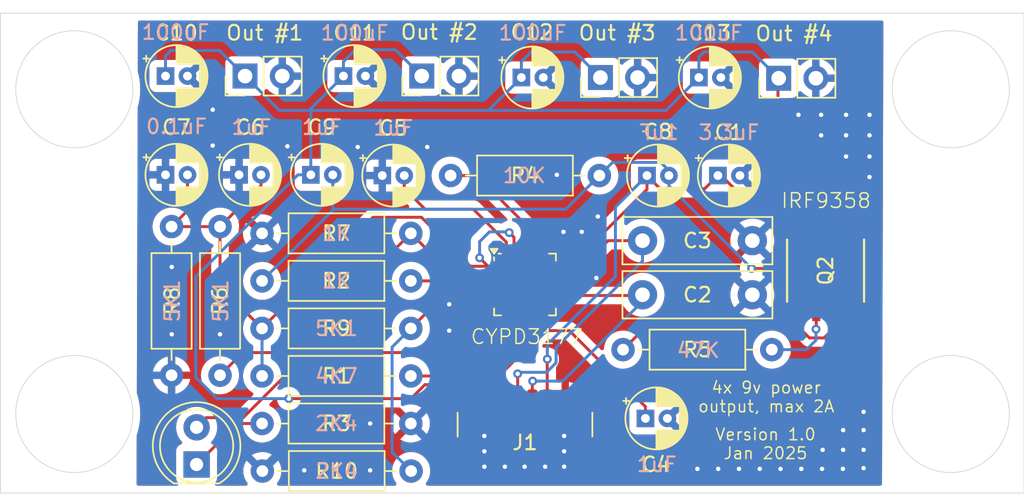
<source format=kicad_pcb>
(kicad_pcb (version 20240108) (generator "pcbnew") (generator_version "8.0")
  (layers (0 "F.Cu" signal) (31 "B.Cu" signal) (34 "B.Paste" user) (35 "F.Paste" user) (36 "B.SilkS" user "B.Silkscreen") (37 "F.SilkS" user "F.Silkscreen") (38 "B.Mask" user) (39 "F.Mask" user) (44 "Edge.Cuts" user))
  (net 0 "")
  (net 1 "GND")
  (net 2 "Net-(U1-VBUS_IN)")
  (net 3 "Net-(J1-CC2)")
  (net 4 "Net-(J1-CC1)")
  (net 5 "Net-(J2-Pin_1)")
  (net 6 "Net-(U1-VCCD)")
  (net 7 "3.3v")
  (net 8 "Net-(C8-Pad2)")
  (net 9 "Net-(D1-K)")
  (net 10 "Net-(D1-A)")
  (net 11 "Net-(Q2-Pad1)")
  (net 12 "Net-(U1-FLIP)")
  (net 13 "Net-(U1-VBUS_FET_EN)")
  (net 14 "Net-(U1-VBUS_MAX)")
  (net 15 "Net-(U1-ISNK_COARSE)")
  (footprint "Capacitor_THT:CP_Radial_D4.0mm_P1.50mm" (layer "F.Cu") (at 185.227401 56.4)
    (property "Reference" "C12" (at 0.722599 -3.1 0) (layer "F.SilkS"))
    (property "Value" "100uF" (at 0.772599 -3.05 0) (layer "B.SilkS"))
    (pad "1" thru_hole rect (at 0 0) (size 1.2 1.2) (drill 0.6) (layers "*.Cu" "*.Mask") (net 5 "Net-(J2-Pin_1)"))
    (pad "2" thru_hole circle (at 1.5 0) (size 1.2 1.2) (drill 0.6) (layers "*.Cu" "*.Mask") (net 1 "GND"))
  )
  (footprint "Connector_PinHeader_2.54mm:PinHeader_1x02_P2.54mm_Vertical" (layer "F.Cu") (at 166.36 56.3 90)
    (property "Reference" "J3" (hide yes))
    (property "Value" "Out #1" (at 2.95 1.34 180) (layer "F.SilkS"))
    (pad "1" thru_hole rect (at 0 0 90) (size 1.7 1.7) (drill 1) (layers "*.Cu" "*.Mask") (net 5 "Net-(J2-Pin_1)"))
    (pad "2" thru_hole oval (at 0 2.54 90) (size 1.7 1.7) (drill 1) (layers "*.Cu" "*.Mask") (net 1 "GND"))
  )
  (footprint "Resistor_THT:R_Axial_DIN0207_L6.3mm_D2.5mm_P10.16mm_Horizontal" (layer "F.Cu") (at 180.395 63.1)
    (property "Reference" "R4" (at 5.08 0 0) (layer "F.SilkS"))
    (property "Value" "10K" (at 5.03 0 0) (layer "B.SilkS"))
    (pad "1" thru_hole circle (at 0 0) (size 1.6 1.6) (drill 0.8) (layers "*.Cu" "*.Mask") (net 2 "Net-(U1-VBUS_IN)"))
    (pad "2" thru_hole oval (at 10.16 0) (size 1.6 1.6) (drill 0.8) (layers "*.Cu" "*.Mask") (net 8 "Net-(C8-Pad2)"))
  )
  (footprint "Capacitor_THT:CP_Radial_D4.0mm_P1.50mm" (layer "F.Cu") (at 165.95 63.05)
    (property "Reference" "C6" (at 0.75 -3.25 0) (layer "F.SilkS"))
    (property "Value" "1uF" (at 0.845199 -3.25 0) (layer "B.SilkS"))
    (pad "1" thru_hole rect (at 0 0) (size 1.2 1.2) (drill 0.6) (layers "*.Cu" "*.Mask") (net 1 "GND"))
    (pad "2" thru_hole circle (at 1.5 0) (size 1.2 1.2) (drill 0.6) (layers "*.Cu" "*.Mask") (net 7 "3.3v"))
  )
  (footprint "Resistor_THT:R_Axial_DIN0207_L6.3mm_D2.5mm_P10.16mm_Horizontal" (layer "F.Cu") (at 177.68 80.05 180)
    (property "Reference" "R3" (at 5.08 0 0) (layer "F.SilkS"))
    (property "Value" "2K4" (at 5.08 0 0) (layer "B.SilkS"))
    (pad "1" thru_hole circle (at 0 0 180) (size 1.6 1.6) (drill 0.8) (layers "*.Cu" "*.Mask") (net 1 "GND"))
    (pad "2" thru_hole oval (at 10.16 0 180) (size 1.6 1.6) (drill 0.8) (layers "*.Cu" "*.Mask") (net 9 "Net-(D1-K)"))
  )
  (footprint "Capacitor_THT:CP_Radial_D4.0mm_P1.50mm" (layer "F.Cu") (at 160.927401 63.05)
    (property "Reference" "C7" (at 0.75 -3.25 0) (layer "F.SilkS"))
    (property "Value" "0.1uF" (at 0.75 -3.3 0) (layer "B.SilkS"))
    (pad "1" thru_hole rect (at 0 0) (size 1.2 1.2) (drill 0.6) (layers "*.Cu" "*.Mask") (net 1 "GND"))
    (pad "2" thru_hole circle (at 1.5 0) (size 1.2 1.2) (drill 0.6) (layers "*.Cu" "*.Mask") (net 7 "3.3v"))
  )
  (footprint "Resistor_THT:R_Axial_DIN0207_L6.3mm_D2.5mm_P10.16mm_Horizontal" (layer "F.Cu") (at 164.65 66.59 -90)
    (property "Reference" "R6" (at 5.08 0 90) (layer "F.SilkS"))
    (property "Value" "5K1" (at 5.08 -0.05 90) (layer "B.SilkS"))
    (pad "1" thru_hole circle (at 0 0 270) (size 1.6 1.6) (drill 0.8) (layers "*.Cu" "*.Mask") (net 7 "3.3v"))
    (pad "2" thru_hole oval (at 10.16 0 270) (size 1.6 1.6) (drill 0.8) (layers "*.Cu" "*.Mask") (net 14 "Net-(U1-VBUS_MAX)"))
  )
  (footprint "Capacitor_THT:CP_Radial_D4.0mm_P1.50mm" (layer "F.Cu") (at 193.804801 63.1)
    (property "Reference" "C8" (at 0.75 -3 0) (layer "F.SilkS"))
    (property "Value" "1uF" (at 0.8 -2.95 0) (layer "B.SilkS") (effects (justify mirror)))
    (pad "1" thru_hole rect (at 0 0) (size 1.2 1.2) (drill 0.6) (layers "*.Cu" "*.Mask") (net 2 "Net-(U1-VBUS_IN)"))
    (pad "2" thru_hole circle (at 1.5 0) (size 1.2 1.2) (drill 0.6) (layers "*.Cu" "*.Mask") (net 8 "Net-(C8-Pad2)"))
  )
  (footprint "custom:IRF9358-TRPBF" (layer "F.Cu") (at 206 69.6 90)
    (property "Reference" "Q2" (at 0 0 90) (layer "F.SilkS"))
    (property "Value" "IRF9358-TRPBF" (hide yes))
    (pad "1" smd rect (at -2.4638 -1.905 90) (size 1.9812 0.5588) (layers "F.Cu" "F.Paste" "F.Mask") (net 11 "Net-(Q2-Pad1)"))
    (pad "2" smd rect (at -2.4638 -0.635 90) (size 1.9812 0.5588) (layers "F.Cu" "F.Paste" "F.Mask") (net 8 "Net-(C8-Pad2)"))
    (pad "3" smd rect (at -2.4638 0.635 90) (size 1.9812 0.5588) (layers "F.Cu" "F.Paste" "F.Mask") (net 11 "Net-(Q2-Pad1)"))
    (pad "4" smd rect (at -2.4638 1.905 90) (size 1.9812 0.5588) (layers "F.Cu" "F.Paste" "F.Mask") (net 8 "Net-(C8-Pad2)"))
    (pad "5" smd rect (at 2.4638 1.905 90) (size 1.9812 0.5588) (layers "F.Cu" "F.Paste" "F.Mask") (net 5 "Net-(J2-Pin_1)"))
    (pad "6" smd rect (at 2.4638 0.635 90) (size 1.9812 0.5588) (layers "F.Cu" "F.Paste" "F.Mask") (net 5 "Net-(J2-Pin_1)"))
    (pad "7" smd rect (at 2.4638 -0.635 90) (size 1.9812 0.5588) (layers "F.Cu" "F.Paste" "F.Mask") (net 2 "Net-(U1-VBUS_IN)"))
    (pad "8" smd rect (at 2.4638 -1.905 90) (size 1.9812 0.5588) (layers "F.Cu" "F.Paste" "F.Mask") (net 2 "Net-(U1-VBUS_IN)"))
  )
  (footprint "Capacitor_THT:CP_Radial_D4.0mm_P1.50mm" (layer "F.Cu") (at 170.85 63.05)
    (property "Reference" "C9" (at 0.75 -3.25 0) (layer "F.SilkS"))
    (property "Value" "1uF" (at 0.75 -3.25 0) (layer "B.SilkS"))
    (pad "1" thru_hole rect (at 0 0) (size 1.2 1.2) (drill 0.6) (layers "*.Cu" "*.Mask") (net 5 "Net-(J2-Pin_1)"))
    (pad "2" thru_hole circle (at 1.5 0) (size 1.2 1.2) (drill 0.6) (layers "*.Cu" "*.Mask") (net 8 "Net-(C8-Pad2)"))
  )
  (footprint "Resistor_THT:R_Axial_DIN0207_L6.3mm_D2.5mm_P10.16mm_Horizontal" (layer "F.Cu") (at 192.17 75)
    (property "Reference" "R5" (at 5.08 0 0) (layer "F.SilkS"))
    (property "Value" "47K" (at 5.13 0.05 0) (layer "B.SilkS"))
    (pad "1" thru_hole circle (at 0 0) (size 1.6 1.6) (drill 0.8) (layers "*.Cu" "*.Mask") (net 11 "Net-(Q2-Pad1)"))
    (pad "2" thru_hole oval (at 10.16 0) (size 1.6 1.6) (drill 0.8) (layers "*.Cu" "*.Mask") (net 8 "Net-(C8-Pad2)"))
  )
  (footprint "Capacitor_THT:CP_Radial_D4.0mm_P1.50mm" (layer "F.Cu") (at 173.077401 56.3)
    (property "Reference" "C11" (at 0.772599 -2.95 0) (layer "F.SilkS"))
    (property "Value" "100uF" (at 0.772599 -2.95 0) (layer "B.SilkS"))
    (pad "1" thru_hole rect (at 0 0) (size 1.2 1.2) (drill 0.6) (layers "*.Cu" "*.Mask") (net 5 "Net-(J2-Pin_1)"))
    (pad "2" thru_hole circle (at 1.5 0) (size 1.2 1.2) (drill 0.6) (layers "*.Cu" "*.Mask") (net 1 "GND"))
  )
  (footprint "Capacitor_THT:CP_Radial_D4.0mm_P1.50mm" (layer "F.Cu") (at 198.65 63.1)
    (property "Reference" "C1" (at 0.75 -2.95 0) (layer "F.SilkS"))
    (property "Value" "3.3uF" (at 0.75 -2.95 0) (layer "B.SilkS"))
    (pad "1" thru_hole rect (at 0 0) (size 1.2 1.2) (drill 0.6) (layers "*.Cu" "*.Mask") (net 2 "Net-(U1-VBUS_IN)"))
    (pad "2" thru_hole circle (at 1.5 0) (size 1.2 1.2) (drill 0.6) (layers "*.Cu" "*.Mask") (net 1 "GND"))
  )
  (footprint "Resistor_THT:R_Axial_DIN0207_L6.3mm_D2.5mm_P10.16mm_Horizontal" (layer "F.Cu") (at 167.52 73.55)
    (property "Reference" "R9" (at 5.08 0 0) (layer "F.SilkS"))
    (property "Value" "5K1" (at 5.08 0 0) (layer "B.SilkS"))
    (pad "1" thru_hole circle (at 0 0) (size 1.6 1.6) (drill 0.8) (layers "*.Cu" "*.Mask") (net 7 "3.3v"))
    (pad "2" thru_hole oval (at 10.16 0) (size 1.6 1.6) (drill 0.8) (layers "*.Cu" "*.Mask") (net 15 "Net-(U1-ISNK_COARSE)"))
  )
  (footprint "Capacitor_THT:CP_Radial_D4.0mm_P1.50mm" (layer "F.Cu") (at 175.73 63.1)
    (property "Reference" "C5" (at 0.75 -3.25 0) (layer "F.SilkS"))
    (property "Value" "1uF" (at 0.75 -3.25 0) (layer "B.SilkS"))
    (pad "1" thru_hole rect (at 0 0) (size 1.2 1.2) (drill 0.6) (layers "*.Cu" "*.Mask") (net 1 "GND"))
    (pad "2" thru_hole circle (at 1.5 0) (size 1.2 1.2) (drill 0.6) (layers "*.Cu" "*.Mask") (net 6 "Net-(U1-VCCD)"))
  )
  (footprint "Resistor_THT:R_Axial_DIN0207_L6.3mm_D2.5mm_P10.16mm_Horizontal" (layer "F.Cu") (at 167.52 70.3)
    (property "Reference" "R2" (at 5.08 0 0) (layer "F.SilkS"))
    (property "Value" "1K" (at 5.08 0 0) (layer "B.SilkS"))
    (pad "1" thru_hole circle (at 0 0) (size 1.6 1.6) (drill 0.8) (layers "*.Cu" "*.Mask") (net 8 "Net-(C8-Pad2)"))
    (pad "2" thru_hole oval (at 10.16 0) (size 1.6 1.6) (drill 0.8) (layers "*.Cu" "*.Mask") (net 13 "Net-(U1-VBUS_FET_EN)"))
  )
  (footprint "Capacitor_THT:CP_Radial_D4.0mm_P1.50mm" (layer "F.Cu") (at 160.927401 56.3)
    (property "Reference" "C10" (at 0.75 -2.95 0) (layer "F.SilkS"))
    (property "Value" "100uF" (at 0.690398 -3 0) (layer "B.SilkS"))
    (pad "1" thru_hole rect (at 0 0) (size 1.2 1.2) (drill 0.6) (layers "*.Cu" "*.Mask") (net 5 "Net-(J2-Pin_1)"))
    (pad "2" thru_hole circle (at 1.5 0) (size 1.2 1.2) (drill 0.6) (layers "*.Cu" "*.Mask") (net 1 "GND"))
  )
  (footprint "Capacitor_THT:CP_Radial_D4.0mm_P1.50mm" (layer "F.Cu") (at 193.7 79.7)
    (property "Reference" "C4" (at 0.722599 3.15 0) (layer "F.SilkS"))
    (property "Value" "1uF" (at 0.772599 3.15 0) (layer "B.SilkS"))
    (pad "1" thru_hole rect (at 0 0) (size 1.2 1.2) (drill 0.6) (layers "*.Cu" "*.Mask") (net 5 "Net-(J2-Pin_1)"))
    (pad "2" thru_hole circle (at 1.5 0) (size 1.2 1.2) (drill 0.6) (layers "*.Cu" "*.Mask") (net 1 "GND"))
  )
  (footprint "Resistor_THT:R_Axial_DIN0207_L6.3mm_D2.5mm_P10.16mm_Horizontal" (layer "F.Cu") (at 167.54 83.3)
    (property "Reference" "R10" (at 5.08 0 0) (layer "F.SilkS"))
    (property "Value" "2K4" (at 5.08 0 0) (layer "B.SilkS"))
    (pad "1" thru_hole circle (at 0 0) (size 1.6 1.6) (drill 0.8) (layers "*.Cu" "*.Mask") (net 1 "GND"))
    (pad "2" thru_hole oval (at 10.16 0) (size 1.6 1.6) (drill 0.8) (layers "*.Cu" "*.Mask") (net 15 "Net-(U1-ISNK_COARSE)"))
  )
  (footprint "LED_THT:LED_D5.0mm" (layer "F.Cu") (at 163.05 82.85 90)
    (property "Reference" "D1" (hide yes))
    (property "Value" "LED" (hide yes))
    (pad "1" thru_hole rect (at 0 0 90) (size 1.8 1.8) (drill 0.9) (layers "*.Cu" "*.Mask") (net 9 "Net-(D1-K)"))
    (pad "2" thru_hole circle (at 2.54 0 90) (size 1.8 1.8) (drill 0.9) (layers "*.Cu" "*.Mask") (net 10 "Net-(D1-A)"))
  )
  (footprint "Connector_PinHeader_2.54mm:PinHeader_1x02_P2.54mm_Vertical" (layer "F.Cu") (at 190.625 56.4 90)
    (property "Reference" "J2" (hide yes))
    (property "Value" "Out #3" (at 3.05 1.15 180) (layer "F.SilkS"))
    (pad "1" thru_hole rect (at 0 0 90) (size 1.7 1.7) (drill 1) (layers "*.Cu" "*.Mask") (net 5 "Net-(J2-Pin_1)"))
    (pad "2" thru_hole oval (at 0 2.54 90) (size 1.7 1.7) (drill 1) (layers "*.Cu" "*.Mask") (net 1 "GND"))
  )
  (footprint "Connector_PinHeader_2.54mm:PinHeader_1x02_P2.54mm_Vertical" (layer "F.Cu") (at 202.8 56.45 90)
    (property "Reference" "J5" (hide yes))
    (property "Value" "Out #4" (at 3.05 1.04 180) (layer "F.SilkS"))
    (pad "1" thru_hole rect (at 0 0 90) (size 1.7 1.7) (drill 1) (layers "*.Cu" "*.Mask") (net 5 "Net-(J2-Pin_1)"))
    (pad "2" thru_hole oval (at 0 2.54 90) (size 1.7 1.7) (drill 1) (layers "*.Cu" "*.Mask") (net 1 "GND"))
  )
  (footprint "Package_DFN_QFN:QFN-24-1EP_4x4mm_P0.5mm_EP2.75x2.75mm" (layer "F.Cu") (at 185.475 70.55)
    (property "Reference" "U1" (hide yes))
    (property "Value" "CYPD3177-24LQ" (hide yes))
    (pad "1" smd roundrect (at -1.975 -1.25) (size 0.8 0.25) (layers "F.Cu" "F.Paste" "F.Mask") (net 7 "3.3v"))
    (pad "2" smd roundrect (at -1.975 -0.75) (size 0.8 0.25) (layers "F.Cu" "F.Paste" "F.Mask") (net 14 "Net-(U1-VBUS_MAX)"))
    (pad "3" smd roundrect (at -1.975 -0.25) (size 0.8 0.25) (layers "F.Cu" "F.Paste" "F.Mask") (net 13 "Net-(U1-VBUS_FET_EN)"))
    (pad "4" smd roundrect (at -1.975 0.25) (size 0.8 0.25) (layers "F.Cu" "F.Paste" "F.Mask"))
    (pad "5" smd roundrect (at -1.975 0.75) (size 0.8 0.25) (layers "F.Cu" "F.Paste" "F.Mask") (net 15 "Net-(U1-ISNK_COARSE)"))
    (pad "6" smd roundrect (at -1.975 1.25) (size 0.8 0.25) (layers "F.Cu" "F.Paste" "F.Mask") (net 1 "GND"))
    (pad "7" smd roundrect (at -1.25 1.975) (size 0.25 0.8) (layers "F.Cu" "F.Paste" "F.Mask"))
    (pad "8" smd roundrect (at -0.75 1.975) (size 0.25 0.8) (layers "F.Cu" "F.Paste" "F.Mask"))
    (pad "9" smd roundrect (at -0.25 1.975) (size 0.25 0.8) (layers "F.Cu" "F.Paste" "F.Mask") (net 10 "Net-(D1-A)"))
    (pad "10" smd roundrect (at 0.25 1.975) (size 0.25 0.8) (layers "F.Cu" "F.Paste" "F.Mask") (net 12 "Net-(U1-FLIP)"))
    (pad "11" smd roundrect (at 0.75 1.975) (size 0.25 0.8) (layers "F.Cu" "F.Paste" "F.Mask") (net 5 "Net-(J2-Pin_1)"))
    (pad "12" smd roundrect (at 1.25 1.975) (size 0.25 0.8) (layers "F.Cu" "F.Paste" "F.Mask"))
    (pad "13" smd roundrect (at 1.975 1.25) (size 0.8 0.25) (layers "F.Cu" "F.Paste" "F.Mask"))
    (pad "14" smd roundrect (at 1.975 0.75) (size 0.8 0.25) (layers "F.Cu" "F.Paste" "F.Mask") (net 3 "Net-(J1-CC2)"))
    (pad "15" smd roundrect (at 1.975 0.25) (size 0.8 0.25) (layers "F.Cu" "F.Paste" "F.Mask") (net 4 "Net-(J1-CC1)"))
    (pad "16" smd roundrect (at 1.975 -0.25) (size 0.8 0.25) (layers "F.Cu" "F.Paste" "F.Mask"))
    (pad "17" smd roundrect (at 1.975 -0.75) (size 0.8 0.25) (layers "F.Cu" "F.Paste" "F.Mask"))
    (pad "18" smd roundrect (at 1.975 -1.25) (size 0.8 0.25) (layers "F.Cu" "F.Paste" "F.Mask") (net 2 "Net-(U1-VBUS_IN)"))
    (pad "19" smd roundrect (at 1.25 -1.975) (size 0.25 0.8) (layers "F.Cu" "F.Paste" "F.Mask") (net 1 "GND"))
    (pad "20" smd roundrect (at 0.75 -1.975) (size 0.25 0.8) (layers "F.Cu" "F.Paste" "F.Mask"))
    (pad "21" smd roundrect (at 0.25 -1.975) (size 0.25 0.8) (layers "F.Cu" "F.Paste" "F.Mask"))
    (pad "22" smd roundrect (at -0.25 -1.975) (size 0.25 0.8) (layers "F.Cu" "F.Paste" "F.Mask") (net 1 "GND"))
    (pad "23" smd roundrect (at -0.75 -1.975) (size 0.25 0.8) (layers "F.Cu" "F.Paste" "F.Mask") (net 7 "3.3v"))
    (pad "24" smd roundrect (at -1.25 -1.975) (size 0.25 0.8) (layers "F.Cu" "F.Paste" "F.Mask") (net 6 "Net-(U1-VCCD)"))
    (pad "25" smd rect (at 0 0) (size 2.75 2.75) (property pad_prop_heatsink) (layers "F.Cu" "F.Mask") (net 1 "GND"))
  )
  (footprint "Capacitor_THT:C_Rect_L10.0mm_W3.0mm_P7.50mm_MKS4" (layer "F.Cu") (at 193.5 71.25)
    (property "Reference" "C2" (at 3.75 0 0) (layer "F.SilkS"))
    (property "Value" "470pf")
    (pad "1" thru_hole circle (at 0 0) (size 2 2) (drill 1) (layers "*.Cu" "*.Mask") (net 3 "Net-(J1-CC2)"))
    (pad "2" thru_hole circle (at 7.5 0) (size 2 2) (drill 1) (layers "*.Cu" "*.Mask") (net 1 "GND"))
  )
  (footprint "Resistor_THT:R_Axial_DIN0207_L6.3mm_D2.5mm_P10.16mm_Horizontal" (layer "F.Cu") (at 161.34 66.59 -90)
    (property "Reference" "R8" (at 5.08 -0.05 90) (layer "F.SilkS"))
    (property "Value" "5K1" (at 5.08 -0.05 90) (layer "B.SilkS"))
    (pad "1" thru_hole circle (at 0 0 270) (size 1.6 1.6) (drill 0.8) (layers "*.Cu" "*.Mask") (net 7 "3.3v"))
    (pad "2" thru_hole oval (at 10.16 0 270) (size 1.6 1.6) (drill 0.8) (layers "*.Cu" "*.Mask") (net 1 "GND"))
  )
  (footprint "Connector_USB:USB_C_Receptacle_GCT_USB4135-GF-A_6P_TopMnt_Horizontal" (layer "F.Cu") (at 185.475 81.3475)
    (property "Reference" "J1" (at 0 0 0) (layer "F.SilkS"))
    (property "Value" "USB4125-GF-A" (hide yes))
    (pad "A5" smd roundrect (at -0.5 -3.0325) (size 0.7 1.2) (layers "F.Cu" "F.Paste" "F.Mask") (net 4 "Net-(J1-CC1)"))
    (pad "A9" smd roundrect (at 1.52 -3.0325 180) (size 0.76 1.2) (layers "F.Cu" "F.Paste" "F.Mask") (net 2 "Net-(U1-VBUS_IN)"))
    (pad "A12" smd roundrect (at 2.75 -3.0325 180) (size 0.8 1.2) (layers "F.Cu" "F.Paste" "F.Mask") (net 1 "GND"))
    (pad "B5" smd roundrect (at 0.5 -3.0325 180) (size 0.7 1.2) (layers "F.Cu" "F.Paste" "F.Mask") (net 3 "Net-(J1-CC2)"))
    (pad "B9" smd roundrect (at -1.52 -3.0325) (size 0.76 1.2) (layers "F.Cu" "F.Paste" "F.Mask") (net 2 "Net-(U1-VBUS_IN)"))
    (pad "B12" smd roundrect (at -2.75 -3.0325) (size 0.8 1.2) (layers "F.Cu" "F.Paste" "F.Mask") (net 1 "GND"))
    (pad "S1" smd roundrect (at -5.125 -2.9775) (size 1.8 1.35) (layers "F.Cu" "F.Paste" "F.Mask") (roundrect_rratio 0.1851851852) (net 1 "GND"))
    (pad "S1" smd roundrect (at -5.125 0.6025) (size 1.8 1.5) (layers "F.Cu" "F.Paste" "F.Mask") (roundrect_rratio 0.1666666667) (net 1 "GND"))
    (pad "S1" smd roundrect (at 5.125 -2.9775) (size 1.8 1.35) (layers "F.Cu" "F.Paste" "F.Mask") (roundrect_rratio 0.1851851852) (net 1 "GND"))
    (pad "S1" smd roundrect (at 5.125 0.6025) (size 1.8 1.5) (layers "F.Cu" "F.Paste" "F.Mask") (roundrect_rratio 0.1666666667) (net 1 "GND"))
  )
  (footprint "Capacitor_THT:C_Rect_L10.0mm_W3.0mm_P7.50mm_MKS4" (layer "F.Cu") (at 193.5 67.55)
    (property "Reference" "C3" (at 3.75 0 0) (layer "F.SilkS"))
    (property "Value" "470pf")
    (pad "1" thru_hole circle (at 0 0) (size 2 2) (drill 1) (layers "*.Cu" "*.Mask") (net 4 "Net-(J1-CC1)"))
    (pad "2" thru_hole circle (at 7.5 0) (size 2 2) (drill 1) (layers "*.Cu" "*.Mask") (net 1 "GND"))
  )
  (footprint "Resistor_THT:R_Axial_DIN0207_L6.3mm_D2.5mm_P10.16mm_Horizontal" (layer "F.Cu") (at 177.68 76.8 180)
    (property "Reference" "R1" (at 5.08 0 0) (layer "F.SilkS"))
    (property "Value" "4K7" (at 5.08 0 0) (layer "B.SilkS"))
    (pad "1" thru_hole circle (at 0 0 180) (size 1.6 1.6) (drill 0.8) (layers "*.Cu" "*.Mask") (net 12 "Net-(U1-FLIP)"))
    (pad "2" thru_hole oval (at 10.16 0 180) (size 1.6 1.6) (drill 0.8) (layers "*.Cu" "*.Mask") (net 7 "3.3v"))
  )
  (footprint "Resistor_THT:R_Axial_DIN0207_L6.3mm_D2.5mm_P10.16mm_Horizontal" (layer "F.Cu") (at 167.52 67.05)
    (property "Reference" "R7" (at 5.08 0 0) (layer "F.SilkS"))
    (property "Value" "1K" (at 5.08 0 0) (layer "B.SilkS"))
    (pad "1" thru_hole circle (at 0 0) (size 1.6 1.6) (drill 0.8) (layers "*.Cu" "*.Mask") (net 1 "GND"))
    (pad "2" thru_hole oval (at 10.16 0) (size 1.6 1.6) (drill 0.8) (layers "*.Cu" "*.Mask") (net 14 "Net-(U1-VBUS_MAX)"))
  )
  (footprint "Connector_PinHeader_2.54mm:PinHeader_1x02_P2.54mm_Vertical" (layer "F.Cu") (at 178.425 56.3 90)
    (property "Reference" "J4" (hide yes))
    (property "Value" "Out #2" (at 3 1.2 180) (layer "F.SilkS"))
    (pad "1" thru_hole rect (at 0 0 90) (size 1.7 1.7) (drill 1) (layers "*.Cu" "*.Mask") (net 5 "Net-(J2-Pin_1)"))
    (pad "2" thru_hole oval (at 0 2.54 90) (size 1.7 1.7) (drill 1) (layers "*.Cu" "*.Mask") (net 1 "GND"))
  )
  (footprint "Capacitor_THT:CP_Radial_D4.0mm_P1.50mm" (layer "F.Cu") (at 197.35 56.4)
    (property "Reference" "C13" (at 0.75 -3.05 0) (layer "F.SilkS"))
    (property "Value" "100uF" (at 0.672599 -3.05 0) (layer "B.SilkS"))
    (pad "1" thru_hole rect (at 0 0) (size 1.2 1.2) (drill 0.6) (layers "*.Cu" "*.Mask") (net 5 "Net-(J2-Pin_1)"))
    (pad "2" thru_hole circle (at 1.5 0) (size 1.2 1.2) (drill 0.6) (layers "*.Cu" "*.Mask") (net 1 "GND"))
  )
  (gr_circle (center 154.7 57.2) (end 158.7 57.2) (stroke (width 0.05)) (fill none) (layer "Edge.Cuts"))
  (gr_rect (start 149.65 52) (end 219.55 84.8) (stroke (width 0.05)) (fill none) (layer "Edge.Cuts"))
  (gr_circle (center 214.55 79.4) (end 218.55 79.4) (stroke (width 0.05)) (fill none) (layer "Edge.Cuts"))
  (gr_circle (center 214.55 57.2) (end 218.55 57.2) (stroke (width 0.05)) (fill none) (layer "Edge.Cuts"))
  (gr_circle (center 154.7 79.4) (end 158.7 79.4) (stroke (width 0.05)) (fill none) (layer "Edge.Cuts"))
  (gr_text "Version 1.0\nJan 2025" (at 201.9 82.55 0) (layer "F.SilkS") (effects (font (size 0.8 0.8) (thickness 0.1)) (justify bottom)))
  (gr_text "CYPD3177" (at 181.7 74.7 0) (layer "F.SilkS") (effects (font (size 1 1) (thickness 0.1)) (justify left bottom)))
  (gr_text "IRF9358" (at 202.9 65.4 0) (layer "F.SilkS") (effects (font (size 1 1) (thickness 0.1)) (justify left bottom)))
  (gr_text "4x 9v power\noutput, max 2A" (at 201.95 79.35 0) (layer "F.SilkS") (effects (font (size 0.8 0.8) (thickness 0.1)) (justify bottom)))
  (segment (start 180.4 71.8) (end 183.5 71.8) (width 0.2) (layer "F.Cu") (net 1))
  (segment (start 184.225 71.8) (end 185.475 70.55) (width 0.2) (layer "F.Cu") (net 1))
  (segment (start 186.725 69.3) (end 185.475 70.55) (width 0.2) (layer "F.Cu") (net 1))
  (segment (start 185.225 68.575) (end 185.225 70.3) (width 0.2) (layer "F.Cu") (net 1))
  (segment (start 180.3 71.9) (end 180.4 71.8) (width 0.2) (layer "F.Cu") (net 1))
  (segment (start 185.225 70.3) (end 185.475 70.55) (width 0.2) (layer "F.Cu") (net 1))
  (segment (start 183.5 71.8) (end 184.225 71.8) (width 0.2) (layer "F.Cu") (net 1))
  (segment (start 186.725 68.575) (end 186.725 69.3) (width 0.2) (layer "F.Cu") (net 1))
  (via (at 208.6 80.5) (size 0.6) (drill 0.3) (layers "F.Cu" "B.Cu") (net 1))
  (via (at 207.18125 83.15) (size 0.6) (drill 0.3) (layers "F.Cu" "B.Cu") (net 1))
  (via (at 201.50625 83.15) (size 0.6) (drill 0.3) (layers "F.Cu" "B.Cu") (net 1))
  (via (at 188.15 80.9) (size 0.6) (drill 0.3) (layers "F.Cu" "B.Cu") (net 1))
  (via (at 204.15 58.95) (size 0.6) (drill 0.3) (layers "F.Cu" "B.Cu") (net 1))
  (via (at 208.6 81.85) (size 0.6) (drill 0.3) (layers "F.Cu" "B.Cu") (net 1))
  (via (at 174.9 83.25) (size 0.6) (drill 0.3) (layers "F.Cu" "B.Cu") (net 1))
  (via (at 205.8 81.85) (size 0.6) (drill 0.3) (layers "F.Cu" "B.Cu") (net 1))
  (via (at 180.3 73.7) (size 0.6) (drill 0.3) (layers "F.Cu" "B.Cu") (net 1))
  (via (at 174.05 61.15) (size 0.6) (drill 0.3) (layers "F.Cu" "B.Cu") (net 1))
  (via (at 161.35 69.35) (size 0.6) (drill 0.3) (layers "F.Cu" "B.Cu") (net 1))
  (via (at 186.85 83) (size 0.6) (drill 0.3) (layers "F.Cu" "B.Cu") (net 1))
  (via (at 188.15 81.95) (size 0.6) (drill 0.3) (layers "F.Cu" "B.Cu") (net 1))
  (via (at 207.2 80.5) (size 0.6) (drill 0.3) (layers "F.Cu" "B.Cu") (net 1))
  (via (at 180.3 71.9) (size 0.6) (drill 0.3) (layers "F.Cu" "B.Cu") (net 1))
  (via (at 185.45 83) (size 0.6) (drill 0.3) (layers "F.Cu" "B.Cu") (net 1))
  (via (at 188.1 66.95) (size 0.6) (drill 0.3) (layers "F.Cu" "B.Cu") (net 1))
  (via (at 209 60.35) (size 0.6) (drill 0.3) (layers "F.Cu" "B.Cu") (net 1))
  (via (at 204.34375 83.15) (size 0.6) (drill 0.3) (layers "F.Cu" "B.Cu") (net 1))
  (via (at 209 63.2) (size 0.6) (drill 0.3) (layers "F.Cu" "B.Cu") (net 1))
  (via (at 187.65 63.05) (size 0.6) (drill 0.3) (layers "F.Cu" "B.Cu") (net 1))
  (via (at 182.7 81.95) (size 0.6) (drill 0.3) (layers "F.Cu" "B.Cu") (net 1))
  (via (at 178.8 61.15) (size 0.6) (drill 0.3) (layers "F.Cu" "B.Cu") (net 1))
  (via (at 164.65 73.95) (size 0.6) (drill 0.3) (layers "F.Cu" "B.Cu") (net 1))
  (via (at 164.15 58.6) (size 0.6) (drill 0.3) (layers "F.Cu" "B.Cu") (net 1))
  (via (at 170.4 83.25) (size 0.6) (drill 0.3) (layers "F.Cu" "B.Cu") (net 1))
  (via (at 205.7 60.35) (size 0.6) (drill 0.3) (layers "F.Cu" "B.Cu") (net 1))
  (via (at 202.925 83.15) (size 0.6) (drill 0.3) (layers "F.Cu" "B.Cu") (net 1))
  (via (at 190.35 70.1) (size 0.6) (drill 0.3) (layers "F.Cu" "B.Cu") (net 1))
  (via (at 197.25 83.15) (size 0.6) (drill 0.3) (layers "F.Cu" "B.Cu") (net 1))
  (via (at 188.15 83) (size 0.6) (drill 0.3) (layers "F.Cu" "B.Cu") (net 1))
  (via (at 208.6 79.25) (size 0.6) (drill 0.3) (layers "F.Cu" "B.Cu") (net 1))
  (via (at 205.7 58.95) (size 0.6) (drill 0.3) (layers "F.Cu" "B.Cu") (net 1))
  (via (at 208.6 83.1) (size 0.6) (drill 0.3) (layers "F.Cu" "B.Cu") (net 1))
  (via (at 174.9 80.05) (size 0.6) (drill 0.3) (layers "F.Cu" "B.Cu") (net 1))
  (via (at 207.4 61.8) (size 0.6) (drill 0.3) (layers "F.Cu" "B.Cu") (net 1))
  (via (at 207.4 58.95) (size 0.6) (drill 0.3) (layers "F.Cu" "B.Cu") (net 1))
  (via (at 190.45 65.9) (size 0.6) (drill 0.3) (layers "F.Cu" "B.Cu") (net 1))
  (via (at 209 58.95) (size 0.6) (drill 0.3) (layers "F.Cu" "B.Cu") (net 1))
  (via (at 209 61.8) (size 0.6) (drill 0.3) (layers "F.Cu" "B.Cu") (net 1))
  (via (at 198.66875 83.15) (size 0.6) (drill 0.3) (layers "F.Cu" "B.Cu") (net 1))
  (via (at 164.15 61.05) (size 0.6) (drill 0.3) (layers "F.Cu" "B.Cu") (net 1))
  (via (at 200.0875 83.15) (size 0.6) (drill 0.3) (layers "F.Cu" "B.Cu") (net 1))
  (via (at 205.7625 83.15) (size 0.6) (drill 0.3) (layers "F.Cu" "B.Cu") (net 1))
  (via (at 161.35 73.95) (size 0.6) (drill 0.3) (layers "F.Cu" "B.Cu") (net 1))
  (via (at 184.1 83) (size 0.6) (drill 0.3) (layers "F.Cu" "B.Cu") (net 1))
  (via (at 189.35 66.95) (size 0.6) (drill 0.3) (layers "F.Cu" "B.Cu") (net 1))
  (via (at 207.4 60.35) (size 0.6) (drill 0.3) (layers "F.Cu" "B.Cu") (net 1))
  (via (at 169.25 61.1) (size 0.6) (drill 0.3) (layers "F.Cu" "B.Cu") (net 1))
  (via (at 207.2 81.85) (size 0.6) (drill 0.3) (layers "F.Cu" "B.Cu") (net 1))
  (via (at 182.7 80.9) (size 0.6) (drill 0.3) (layers "F.Cu" "B.Cu") (net 1))
  (via (at 182.7 83) (size 0.6) (drill 0.3) (layers "F.Cu" "B.Cu") (net 1))
  (segment (start 167.54 82.96) (end 167.54 83.3) (width 0.2) (layer "B.Cu") (net 1))
  (segment (start 180.3 71.9) (end 177.05 71.9) (width 0.2) (layer "B.Cu") (net 1))
  (segment (start 175.8 73.15) (end 175.8 74.7) (width 0.2) (layer "B.Cu") (net 1))
  (segment (start 175.8 74.7) (end 167.54 82.96) (width 0.2) (layer "B.Cu") (net 1))
  (segment (start 177.05 71.9) (end 175.8 73.15) (width 0.2) (layer "B.Cu") (net 1))
  (segment (start 182.164386 63.1) (end 188.364386 69.3) (width 0.2) (layer "F.Cu") (net 2))
  (segment (start 183.955 78.915) (end 184.69 79.65) (width 0.2) (layer "F.Cu") (net 2))
  (segment (start 187 75.65) (end 186.995 75.655) (width 0.2) (layer "F.Cu") (net 2))
  (segment (start 198.65 63.1) (end 197.75 64) (width 0.2) (layer "F.Cu") (net 2))
  (segment (start 198.877207 63.1) (end 198.65 63.1) (width 0.2) (layer "F.Cu") (net 2))
  (segment (start 186.35 79.65) (end 186.995 79.005) (width 0.2) (layer "F.Cu") (net 2))
  (segment (start 183.955 78.315) (end 183.955 78.915) (width 0.2) (layer "F.Cu") (net 2))
  (segment (start 184.69 79.65) (end 186.35 79.65) (width 0.2) (layer "F.Cu") (net 2))
  (segment (start 201.327207 65.55) (end 198.877207 63.1) (width 0.2) (layer "F.Cu") (net 2))
  (segment (start 188.364386 69.3) (end 188.55 69.3) (width 0.2) (layer "F.Cu") (net 2))
  (segment (start 193.804801 63.1) (end 193.804801 64.045199) (width 0.2) (layer "F.Cu") (net 2))
  (segment (start 204.095 67.1362) (end 205.365 67.1362) (width 0.2) (layer "F.Cu") (net 2))
  (segment (start 194.704801 64) (end 193.804801 63.1) (width 0.2) (layer "F.Cu") (net 2))
  (segment (start 203.75 65.55) (end 201.327207 65.55) (width 0.2) (layer "F.Cu") (net 2))
  (segment (start 180.395 63.1) (end 182.164386 63.1) (width 0.2) (layer "F.Cu") (net 2))
  (segment (start 193.804801 64.045199) (end 188.55 69.3) (width 0.2) (layer "F.Cu") (net 2))
  (segment (start 204.095 65.895) (end 203.75 65.55) (width 0.2) (layer "F.Cu") (net 2))
  (segment (start 186.995 79.005) (end 186.995 78.315) (width 0.2) (layer "F.Cu") (net 2))
  (segment (start 204.095 67.1362) (end 204.095 65.895) (width 0.2) (layer "F.Cu") (net 2))
  (segment (start 197.75 64) (end 194.704801 64) (width 0.2) (layer "F.Cu") (net 2))
  (segment (start 188.55 69.3) (end 187.45 69.3) (width 0.2) (layer "F.Cu") (net 2))
  (segment (start 186.995 75.655) (end 186.995 78.315) (width 0.2) (layer "F.Cu") (net 2))
  (via (at 187 75.65) (size 0.6) (drill 0.3) (layers "F.Cu" "B.Cu") (net 2))
  (segment (start 187 74.65) (end 191.65 70) (width 0.2) (layer "B.Cu") (net 2))
  (segment (start 191.65 65.254801) (end 193.804801 63.1) (width 0.2) (layer "B.Cu") (net 2))
  (segment (start 191.65 70) (end 191.65 65.254801) (width 0.2) (layer "B.Cu") (net 2))
  (segment (start 187 75.65) (end 187 74.65) (width 0.2) (layer "B.Cu") (net 2))
  (segment (start 185.975 77.175) (end 186 77.15) (width 0.2) (layer "F.Cu") (net 3))
  (segment (start 192.65 71.3) (end 193.5 72.15) (width 0.2) (layer "F.Cu") (net 3))
  (segment (start 187.45 71.3) (end 193.45 71.3) (width 0.2) (layer "F.Cu") (net 3))
  (segment (start 193.45 71.3) (end 193.5 71.25) (width 0.2) (layer "F.Cu") (net 3))
  (segment (start 185.975 78.315) (end 185.975 77.175) (width 0.2) (layer "F.Cu") (net 3))
  (via (at 186 77.15) (size 0.6) (drill 0.3) (layers "F.Cu" "B.Cu") (net 3))
  (segment (start 186 77.15) (end 188.05 77.15) (width 0.2) (layer "B.Cu") (net 3))
  (segment (start 188.05 77.15) (end 193.5 71.7) (width 0.2) (layer "B.Cu") (net 3))
  (segment (start 193.5 71.7) (end 193.5 71.25) (width 0.2) (layer "B.Cu") (net 3))
  (segment (start 187.45 70.8) (end 187.9 70.8) (width 0.2) (layer "F.Cu") (net 4))
  (segment (start 187.9 70.8) (end 191.15 67.55) (width 0.2) (layer "F.Cu") (net 4))
  (segment (start 191.15 67.55) (end 193.5 67.55) (width 0.2) (layer "F.Cu") (net 4))
  (segment (start 184.975 76.65) (end 184.975 78.315) (width 0.2) (layer "F.Cu") (net 4))
  (via (at 184.975 76.65) (size 0.6) (drill 0.3) (layers "F.Cu" "B.Cu") (net 4))
  (segment (start 185.075 76.55) (end 186.948529 76.55) (width 0.2) (layer "B.Cu") (net 4))
  (segment (start 193.5 68.95) (end 193.5 67.55) (width 0.2) (layer "B.Cu") (net 4))
  (segment (start 187.6 74.85) (end 193.5 68.95) (width 0.2) (layer "B.Cu") (net 4))
  (segment (start 186.948529 76.55) (end 187.6 75.898529) (width 0.2) (layer "B.Cu") (net 4))
  (segment (start 187.6 75.898529) (end 187.6 74.85) (width 0.2) (layer "B.Cu") (net 4))
  (segment (start 184.975 76.65) (end 185.075 76.55) (width 0.2) (layer "B.Cu") (net 4))
  (segment (start 188.5 73.7) (end 187.75 73.7) (width 0.2) (layer "F.Cu") (net 5))
  (segment (start 177.685635 78.35) (end 169.35 78.35) (width 0.2) (layer "F.Cu") (net 5))
  (segment (start 193.7 79.7) (end 193.7 78.9) (width 0.2) (layer "F.Cu") (net 5))
  (segment (start 186.225 73.125) (end 186.8 73.7) (width 0.2) (layer "F.Cu") (net 5))
  (segment (start 206.635 67.1362) (end 206.635 66.425) (width 0.2) (layer "F.Cu") (net 5))
  (segment (start 186.225 72.525) (end 186.225 73.125) (width 0.2) (layer "F.Cu") (net 5))
  (segment (start 206.635 67.1362) (end 207.905 67.1362) (width 0.2) (layer "F.Cu") (net 5))
  (segment (start 202.75 62.54) (end 202.75 56.5) (width 0.2) (layer "F.Cu") (net 5))
  (segment (start 193.7 78.9) (end 188.5 73.7) (width 0.2) (layer "F.Cu") (net 5))
  (segment (start 178.640635 77.395) (end 177.685635 78.35) (width 0.2) (layer "F.Cu") (net 5))
  (segment (start 186.8 73.7) (end 187.75 73.7) (width 0.2) (layer "F.Cu") (net 5))
  (segment (start 206.635 66.425) (end 202.75 62.54) (width 0.2) (layer "F.Cu") (net 5))
  (segment (start 183.105 77.395) (end 178.640635 77.395) (width 0.2) (layer "F.Cu") (net 5))
  (segment (start 202.75 56.5) (end 202.8 56.45) (width 0.2) (layer "F.Cu") (net 5))
  (segment (start 186.8 73.7) (end 183.105 77.395) (width 0.2) (layer "F.Cu") (net 5))
  (via (at 169.35 78.35) (size 0.6) (drill 0.3) (layers "F.Cu" "B.Cu") (net 5))
  (segment (start 170.85 58.527401) (end 173.077401 56.3) (width 0.2) (layer "B.Cu") (net 5))
  (segment (start 185.227401 55.322599) (end 185.9 54.65) (width 0.2) (layer "B.Cu") (net 5))
  (segment (start 164.61 54.55) (end 166.36 56.3) (width 0.2) (layer "B.Cu") (net 5))
  (segment (start 170.85 63.05) (end 170.85 58.65) (width 0.2) (layer "B.Cu") (net 5))
  (segment (start 173.077401 56.3) (end 173.077401 55.322599) (width 0.2) (layer "B.Cu") (net 5))
  (segment (start 163 76.9) (end 163 70.014365) (width 0.2) (layer "B.Cu") (net 5))
  (segment (start 170.727401 58.65) (end 170.85 58.527401) (width 0.2) (layer "B.Cu") (net 5))
  (segment (start 182.977401 58.65) (end 170.85 58.65) (width 0.2) (layer "B.Cu") (net 5))
  (segment (start 173.9 54.5) (end 176.625 54.5) (width 0.2) (layer "B.Cu") (net 5))
  (segment (start 197.35 56.4) (end 197.35 55) (width 0.2) (layer "B.Cu") (net 5))
  (segment (start 195.1 58.65) (end 182.977401 58.65) (width 0.2) (layer "B.Cu") (net 5))
  (segment (start 201 54.65) (end 202.8 56.45) (width 0.2) (layer "B.Cu") (net 5))
  (segment (start 169.964365 63.05) (end 170.85 63.05) (width 0.2) (layer "B.Cu") (net 5))
  (segment (start 160.927401 54.922599) (end 161.3 54.55) (width 0.2) (layer "B.Cu") (net 5))
  (segment (start 161.3 54.55) (end 164.61 54.55) (width 0.2) (layer "B.Cu") (net 5))
  (segment (start 185.227401 56.4) (end 182.977401 58.65) (width 0.2) (layer "B.Cu") (net 5))
  (segment (start 197.35 55) (end 197.7 54.65) (width 0.2) (layer "B.Cu") (net 5))
  (segment (start 188.875 54.65) (end 190.625 56.4) (width 0.2) (layer "B.Cu") (net 5))
  (segment (start 173.077401 55.322599) (end 173.9 54.5) (width 0.2) (layer "B.Cu") (net 5))
  (segment (start 170.85 58.65) (end 170.85 58.527401) (width 0.2) (layer "B.Cu") (net 5))
  (segment (start 185.9 54.65) (end 188.875 54.65) (width 0.2) (layer "B.Cu") (net 5))
  (segment (start 197.35 56.4) (end 195.1 58.65) (width 0.2) (layer "B.Cu") (net 5))
  (segment (start 185.227401 56.4) (end 185.227401 55.322599) (width 0.2) (layer "B.Cu") (net 5))
  (segment (start 164.45 78.35) (end 163 76.9) (width 0.2) (layer "B.Cu") (net 5))
  (segment (start 176.625 54.5) (end 178.425 56.3) (width 0.2) (layer "B.Cu") (net 5))
  (segment (start 166.36 56.3) (end 168.71 58.65) (width 0.2) (layer "B.Cu") (net 5))
  (segment (start 160.927401 56.3) (end 160.927401 54.922599) (width 0.2) (layer "B.Cu") (net 5))
  (segment (start 163 70.014365) (end 169.964365 63.05) (width 0.2) (layer "B.Cu") (net 5))
  (segment (start 168.71 58.65) (end 170.727401 58.65) (width 0.2) (layer "B.Cu") (net 5))
  (segment (start 197.7 54.65) (end 201 54.65) (width 0.2) (layer "B.Cu") (net 5))
  (segment (start 169.35 78.35) (end 164.45 78.35) (width 0.2) (layer "B.Cu") (net 5))
  (segment (start 177.23 63.1) (end 177.23 63.98) (width 0.2) (layer "F.Cu") (net 6))
  (segment (start 177.23 63.98) (end 178.65 65.4) (width 0.2) (layer "F.Cu") (net 6))
  (segment (start 184.2 68.135614) (end 184.225 68.160614) (width 0.2) (layer "F.Cu") (net 6))
  (segment (start 178.65 65.4) (end 181.95 65.4) (width 0.2) (layer "F.Cu") (net 6))
  (segment (start 181.95 65.4) (end 184.2 67.65) (width 0.2) (layer "F.Cu") (net 6))
  (segment (start 184.225 68.160614) (end 184.225 68.575) (width 0.2) (layer "F.Cu") (net 6))
  (segment (start 184.2 67.65) (end 184.2 68.135614) (width 0.2) (layer "F.Cu") (net 6))
  (segment (start 164.65 66.59) (end 164.65 70.68) (width 0.2) (layer "F.Cu") (net 7))
  (segment (start 182.95 69.3) (end 181.75 69.3) (width 0.2) (layer "F.Cu") (net 7))
  (segment (start 178.4 65.95) (end 175.1 65.95) (width 0.2) (layer "F.Cu") (net 7))
  (segment (start 183.5 69.3) (end 182.95 69.3) (width 0.2) (layer "F.Cu") (net 7))
  (segment (start 161.34 66.59) (end 162.427401 65.502599) (width 0.2) (layer "F.Cu") (net 7))
  (segment (start 164.65 66.59) (end 161.34 66.59) (width 0.2) (layer "F.Cu") (net 7))
  (segment (start 181.75 69.3) (end 178.4 65.95) (width 0.2) (layer "F.Cu") (net 7))
  (segment (start 164.65 70.68) (end 167.52 73.55) (width 0.2) (layer "F.Cu") (net 7))
  (segment (start 184.399265 67.000735) (end 184.725 67.32647) (width 0.2) (layer "F.Cu") (net 7))
  (segment (start 175.1 65.95) (end 167.52 73.53) (width 0.2) (layer "F.Cu") (net 7))
  (segment (start 184.725 67.32647) (end 184.725 68.575) (width 0.2) (layer "F.Cu") (net 7))
  (segment (start 182.375 68.725) (end 182.95 69.3) (width 0.2) (layer "F.Cu") (net 7))
  (segment (start 167.45 63.79) (end 167.45 63.05) (width 0.2) (layer "F.Cu") (net 7))
  (segment (start 167.52 73.53) (end 167.52 73.55) (width 0.2) (layer "F.Cu") (net 7))
  (segment (start 164.65 66.59) (end 167.45 63.79) (width 0.2) (layer "F.Cu") (net 7))
  (segment (start 162.427401 65.502599) (end 162.427401 63.05) (width 0.2) (layer "F.Cu") (net 7))
  (via (at 182.375 68.725) (size 0.6) (drill 0.3) (layers "F.Cu" "B.Cu") (net 7))
  (via (at 184.399265 67.000735) (size 0.6) (drill 0.3) (layers "F.Cu" "B.Cu") (net 7))
  (segment (start 183.05 66.95) (end 182.375 67.625) (width 0.2) (layer "B.Cu") (net 7))
  (segment (start 167.52 76.8) (end 167.52 73.55) (width 0.2) (layer "B.Cu") (net 7))
  (segment (start 182.375 67.625) (end 182.375 68.725) (width 0.2) (layer "B.Cu") (net 7))
  (segment (start 184.34853 66.95) (end 183.05 66.95) (width 0.2) (layer "B.Cu") (net 7))
  (segment (start 184.399265 67.000735) (end 184.34853 66.95) (width 0.2) (layer "B.Cu") (net 7))
  (segment (start 207.2732 70.7732) (end 207.905 71.405) (width 0.2) (layer "F.Cu") (net 8))
  (segment (start 205.9444 70.7732) (end 207.2732 70.7732) (width 0.2) (layer "F.Cu") (net 8))
  (segment (start 207.905 71.405) (end 207.905 72.0638) (width 0.2) (layer "F.Cu") (net 8))
  (segment (start 205.365 71.3526) (end 205.9444 70.7732) (width 0.2) (layer "F.Cu") (net 8))
  (segment (start 205.365 73.585) (end 205.35 73.6) (width 0.2) (layer "F.Cu") (net 8))
  (segment (start 205.365 72.0638) (end 205.365 73.585) (width 0.2) (layer "F.Cu") (net 8))
  (segment (start 205.365 71.3526) (end 203.4624 69.45) (width 0.2) (layer "F.Cu") (net 8))
  (segment (start 205.365 72.0638) (end 205.365 71.3526) (width 0.2) (layer "F.Cu") (net 8))
  (segment (start 203.4624 69.45) (end 200.95 69.45) (width 0.2) (layer "F.Cu") (net 8))
  (via (at 200.95 69.45) (size 0.6) (drill 0.3) (layers "F.Cu" "B.Cu") (net 8))
  (via (at 205.35 73.6) (size 0.6) (drill 0.3) (layers "F.Cu" "B.Cu") (net 8))
  (segment (start 172.42 65.4) (end 172.36 65.46) (width 0.2) (layer "B.Cu") (net 8))
  (segment (start 195.304801 63.804801) (end 195.304801 63.1) (width 0.2) (layer "B.Cu") (net 8))
  (segment (start 188.255 65.4) (end 172.42 65.4) (width 0.2) (layer "B.Cu") (net 8))
  (segment (start 205.35 73.6) (end 205.35 74.35) (width 0.2) (layer "B.Cu") (net 8))
  (segment (start 204.7 75) (end 202.33 75) (width 0.2) (layer "B.Cu") (net 8))
  (segment (start 190.555 63.1) (end 188.255 65.4) (width 0.2) (layer "B.Cu") (net 8))
  (segment (start 200.95 69.45) (end 195.304801 63.804801) (width 0.2) (layer "B.Cu") (net 8))
  (segment (start 195.304801 62.754801) (end 195.304801 63.1) (width 0.2) (layer "B.Cu") (net 8))
  (segment (start 194.75 62.2) (end 195.304801 62.754801) (width 0.2) (layer "B.Cu") (net 8))
  (segment (start 190.555 63.1) (end 191.455 62.2) (width 0.2) (layer "B.Cu") (net 8))
  (segment (start 205.35 74.35) (end 204.7 75) (width 0.2) (layer "B.Cu") (net 8))
  (segment (start 172.35 65.45) (end 172.36 65.46) (width 0.2) (layer "B.Cu") (net 8))
  (segment (start 172.36 65.46) (end 167.52 70.3) (width 0.2) (layer "B.Cu") (net 8))
  (segment (start 191.455 62.2) (end 194.75 62.2) (width 0.2) (layer "B.Cu") (net 8))
  (segment (start 172.35 63.05) (end 172.35 65.45) (width 0.2) (layer "B.Cu") (net 8))
  (segment (start 167.52 80.05) (end 165.85 80.05) (width 0.2) (layer "F.Cu") (net 9))
  (segment (start 165.85 80.05) (end 163.05 82.85) (width 0.2) (layer "F.Cu") (net 9))
  (segment (start 166.225635 79.65) (end 163.71 79.65) (width 0.2) (layer "F.Cu") (net 10))
  (segment (start 185.225 73.509314) (end 183.534314 75.2) (width 0.2) (layer "F.Cu") (net 10))
  (segment (start 163.71 79.65) (end 163.05 80.31) (width 0.2) (layer "F.Cu") (net 10))
  (segment (start 183.534314 75.2) (end 170.675635 75.2) (width 0.2) (layer "F.Cu") (net 10))
  (segment (start 170.675635 75.2) (end 166.225635 79.65) (width 0.2) (layer "F.Cu") (net 10))
  (segment (start 185.225 72.525) (end 185.225 73.509314) (width 0.2) (layer "F.Cu") (net 10))
  (segment (start 204.095 73.395) (end 204.9 74.2) (width 0.2) (layer "F.Cu") (net 11))
  (segment (start 193.57 73.6) (end 192.17 75) (width 0.2) (layer "F.Cu") (net 11))
  (segment (start 204.9 74.2) (end 205.9 74.2) (width 0.2) (layer "F.Cu") (net 11))
  (segment (start 204.095 72.0638) (end 204.095 73.395) (width 0.2) (layer "F.Cu") (net 11))
  (segment (start 205.9 74.2) (end 206.635 73.465) (width 0.2) (layer "F.Cu") (net 11))
  (segment (start 204.095 73.255) (end 203.75 73.6) (width 0.2) (layer "F.Cu") (net 11))
  (segment (start 203.75 73.6) (end 193.57 73.6) (width 0.2) (layer "F.Cu") (net 11))
  (segment (start 206.635 73.465) (end 206.635 72.0638) (width 0.2) (layer "F.Cu") (net 11))
  (segment (start 204.095 72.0638) (end 204.095 73.255) (width 0.2) (layer "F.Cu") (net 11))
  (segment (start 185.725 73.575) (end 182.5 76.8) (width 0.2) (layer "F.Cu") (net 12))
  (segment (start 182.5 76.8) (end 178.28 76.8) (width 0.2) (layer "F.Cu") (net 12))
  (segment (start 185.725 72.525) (end 185.725 73.575) (width 0.2) (layer "F.Cu") (net 12))
  (segment (start 183.5 70.3) (end 177.68 70.3) (width 0.2) (layer "F.Cu") (net 13))
  (segment (start 183.5 69.8) (end 180.43 69.8) (width 0.2) (layer "F.Cu") (net 14))
  (segment (start 169.53 75.2) (end 177.68 67.05) (width 0.2) (layer "F.Cu") (net 14))
  (segment (start 164.65 76.75) (end 166.2 75.2) (width 0.2) (layer "F.Cu") (net 14))
  (segment (start 177.68 67.58) (end 177.68 67.05) (width 0.2) (layer "F.Cu") (net 14))
  (segment (start 180.43 69.8) (end 177.68 67.05) (width 0.2) (layer "F.Cu") (net 14))
  (segment (start 166.2 75.2) (end 169.53 75.2) (width 0.2) (layer "F.Cu") (net 14))
  (segment (start 179.93 71.3) (end 177.68 73.55) (width 0.2) (layer "F.Cu") (net 15))
  (segment (start 183.5 71.3) (end 179.93 71.3) (width 0.2) (layer "F.Cu") (net 15))
  (segment (start 176.4 74.83) (end 176.4 82) (width 0.2) (layer "B.Cu") (net 15))
  (segment (start 176.4 82) (end 177.7 83.3) (width 0.2) (layer "B.Cu") (net 15))
  (segment (start 177.68 73.55) (end 176.4 74.83) (width 0.2) (layer "B.Cu") (net 15))
  (zone (net 1) (net_name "GND") (layers "F&B.Cu") (connect_pads (clearance 0.5)) (min_thickness 0.25) (fill yes (thermal_gap 0.5) (thermal_bridge_width 0.5))
    (polygon (pts (xy 159.05 51.2) (xy 209.95 51.1) (xy 209.85 85.55) (xy 158.95 85.45)))
  )
)
</source>
